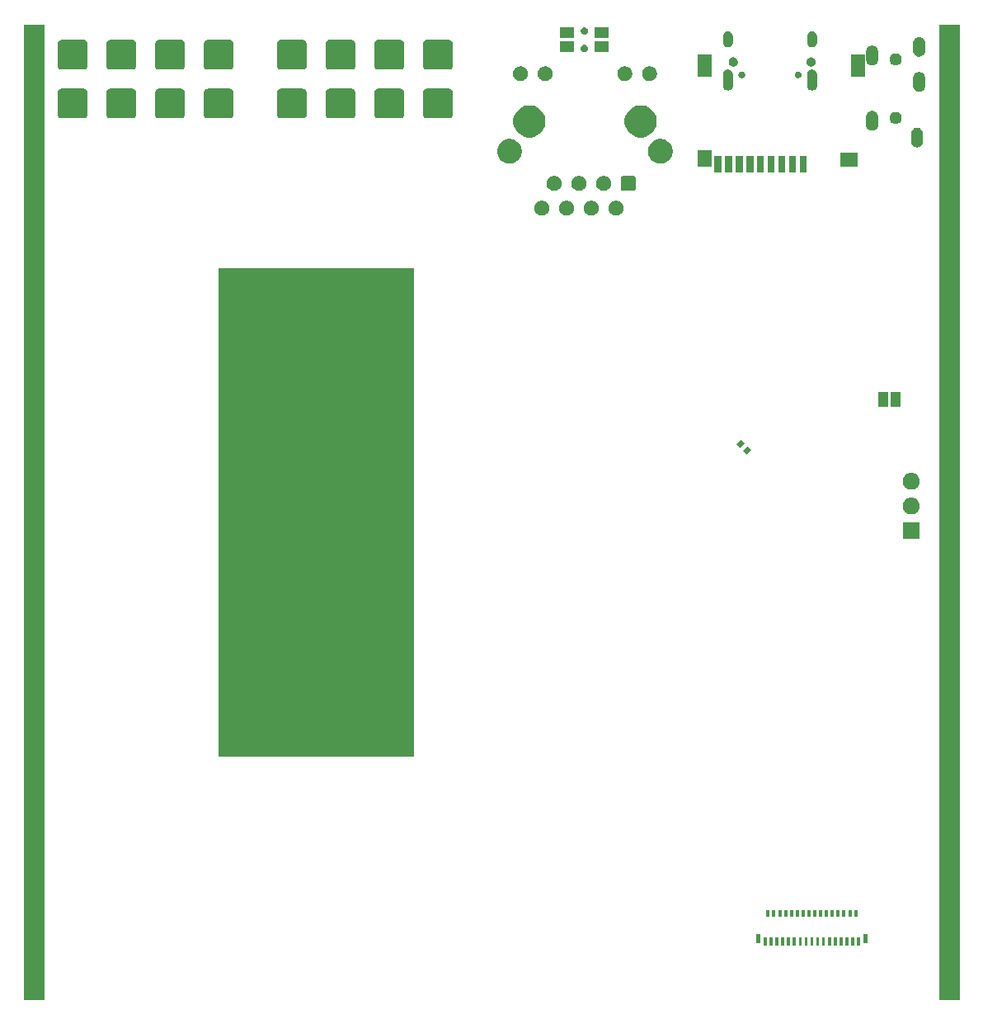
<source format=gbs>
G04 #@! TF.GenerationSoftware,KiCad,Pcbnew,5.1.5+dfsg1-2build2*
G04 #@! TF.CreationDate,2021-04-11T14:42:19-07:00*
G04 #@! TF.ProjectId,OtterCastAmp,4f747465-7243-4617-9374-416d702e6b69,rev?*
G04 #@! TF.SameCoordinates,Original*
G04 #@! TF.FileFunction,Soldermask,Bot*
G04 #@! TF.FilePolarity,Negative*
%FSLAX46Y46*%
G04 Gerber Fmt 4.6, Leading zero omitted, Abs format (unit mm)*
G04 Created by KiCad (PCBNEW 5.1.5+dfsg1-2build2) date 2021-04-11 14:42:19*
%MOMM*%
%LPD*%
G04 APERTURE LIST*
%ADD10C,0.100000*%
G04 APERTURE END LIST*
D10*
G36*
X102000000Y-150000000D02*
G01*
X100000000Y-150000000D01*
X100000000Y-50000000D01*
X102000000Y-50000000D01*
X102000000Y-150000000D01*
G37*
X102000000Y-150000000D02*
X100000000Y-150000000D01*
X100000000Y-50000000D01*
X102000000Y-50000000D01*
X102000000Y-150000000D01*
G36*
X196000000Y-150000000D02*
G01*
X194000000Y-150000000D01*
X194000000Y-50000000D01*
X196000000Y-50000000D01*
X196000000Y-150000000D01*
G37*
X196000000Y-150000000D02*
X194000000Y-150000000D01*
X194000000Y-50000000D01*
X196000000Y-50000000D01*
X196000000Y-150000000D01*
G36*
X140000000Y-125000000D02*
G01*
X120000000Y-125000000D01*
X120000000Y-75000000D01*
X140000000Y-75000000D01*
X140000000Y-125000000D01*
G37*
X140000000Y-125000000D02*
X120000000Y-125000000D01*
X120000000Y-75000000D01*
X140000000Y-75000000D01*
X140000000Y-125000000D01*
G36*
X176850000Y-144520000D02*
G01*
X176550000Y-144520000D01*
X176550000Y-143680000D01*
X176850000Y-143680000D01*
X176850000Y-144520000D01*
G37*
G36*
X181650000Y-144520000D02*
G01*
X181350000Y-144520000D01*
X181350000Y-143680000D01*
X181650000Y-143680000D01*
X181650000Y-144520000D01*
G37*
G36*
X176250000Y-144520000D02*
G01*
X175950000Y-144520000D01*
X175950000Y-143680000D01*
X176250000Y-143680000D01*
X176250000Y-144520000D01*
G37*
G36*
X185850000Y-144520000D02*
G01*
X185550000Y-144520000D01*
X185550000Y-143680000D01*
X185850000Y-143680000D01*
X185850000Y-144520000D01*
G37*
G36*
X184650000Y-144520000D02*
G01*
X184350000Y-144520000D01*
X184350000Y-143680000D01*
X184650000Y-143680000D01*
X184650000Y-144520000D01*
G37*
G36*
X184050000Y-144520000D02*
G01*
X183750000Y-144520000D01*
X183750000Y-143680000D01*
X184050000Y-143680000D01*
X184050000Y-144520000D01*
G37*
G36*
X183450000Y-144520000D02*
G01*
X183150000Y-144520000D01*
X183150000Y-143680000D01*
X183450000Y-143680000D01*
X183450000Y-144520000D01*
G37*
G36*
X182850000Y-144520000D02*
G01*
X182550000Y-144520000D01*
X182550000Y-143680000D01*
X182850000Y-143680000D01*
X182850000Y-144520000D01*
G37*
G36*
X182250000Y-144520000D02*
G01*
X181950000Y-144520000D01*
X181950000Y-143680000D01*
X182250000Y-143680000D01*
X182250000Y-144520000D01*
G37*
G36*
X181050000Y-144520000D02*
G01*
X180750000Y-144520000D01*
X180750000Y-143680000D01*
X181050000Y-143680000D01*
X181050000Y-144520000D01*
G37*
G36*
X180450000Y-144520000D02*
G01*
X180150000Y-144520000D01*
X180150000Y-143680000D01*
X180450000Y-143680000D01*
X180450000Y-144520000D01*
G37*
G36*
X179850000Y-144520000D02*
G01*
X179550000Y-144520000D01*
X179550000Y-143680000D01*
X179850000Y-143680000D01*
X179850000Y-144520000D01*
G37*
G36*
X179250000Y-144520000D02*
G01*
X178950000Y-144520000D01*
X178950000Y-143680000D01*
X179250000Y-143680000D01*
X179250000Y-144520000D01*
G37*
G36*
X178650000Y-144520000D02*
G01*
X178350000Y-144520000D01*
X178350000Y-143680000D01*
X178650000Y-143680000D01*
X178650000Y-144520000D01*
G37*
G36*
X178050000Y-144520000D02*
G01*
X177750000Y-144520000D01*
X177750000Y-143680000D01*
X178050000Y-143680000D01*
X178050000Y-144520000D01*
G37*
G36*
X177450000Y-144520000D02*
G01*
X177150000Y-144520000D01*
X177150000Y-143680000D01*
X177450000Y-143680000D01*
X177450000Y-144520000D01*
G37*
G36*
X185250000Y-144520000D02*
G01*
X184950000Y-144520000D01*
X184950000Y-143680000D01*
X185250000Y-143680000D01*
X185250000Y-144520000D01*
G37*
G36*
X175620000Y-144220000D02*
G01*
X175180000Y-144220000D01*
X175180000Y-143330000D01*
X175620000Y-143330000D01*
X175620000Y-144220000D01*
G37*
G36*
X186620000Y-144220000D02*
G01*
X186180000Y-144220000D01*
X186180000Y-143330000D01*
X186620000Y-143330000D01*
X186620000Y-144220000D01*
G37*
G36*
X184970000Y-141570000D02*
G01*
X184630000Y-141570000D01*
X184630000Y-140880000D01*
X184970000Y-140880000D01*
X184970000Y-141570000D01*
G37*
G36*
X178370000Y-141570000D02*
G01*
X178030000Y-141570000D01*
X178030000Y-140880000D01*
X178370000Y-140880000D01*
X178370000Y-141570000D01*
G37*
G36*
X177770000Y-141570000D02*
G01*
X177430000Y-141570000D01*
X177430000Y-140880000D01*
X177770000Y-140880000D01*
X177770000Y-141570000D01*
G37*
G36*
X177170000Y-141570000D02*
G01*
X176830000Y-141570000D01*
X176830000Y-140880000D01*
X177170000Y-140880000D01*
X177170000Y-141570000D01*
G37*
G36*
X176570000Y-141570000D02*
G01*
X176230000Y-141570000D01*
X176230000Y-140880000D01*
X176570000Y-140880000D01*
X176570000Y-141570000D01*
G37*
G36*
X178970000Y-141570000D02*
G01*
X178630000Y-141570000D01*
X178630000Y-140880000D01*
X178970000Y-140880000D01*
X178970000Y-141570000D01*
G37*
G36*
X179570000Y-141570000D02*
G01*
X179230000Y-141570000D01*
X179230000Y-140880000D01*
X179570000Y-140880000D01*
X179570000Y-141570000D01*
G37*
G36*
X184370000Y-141570000D02*
G01*
X184030000Y-141570000D01*
X184030000Y-140880000D01*
X184370000Y-140880000D01*
X184370000Y-141570000D01*
G37*
G36*
X183770000Y-141570000D02*
G01*
X183430000Y-141570000D01*
X183430000Y-140880000D01*
X183770000Y-140880000D01*
X183770000Y-141570000D01*
G37*
G36*
X183170000Y-141570000D02*
G01*
X182830000Y-141570000D01*
X182830000Y-140880000D01*
X183170000Y-140880000D01*
X183170000Y-141570000D01*
G37*
G36*
X182570000Y-141570000D02*
G01*
X182230000Y-141570000D01*
X182230000Y-140880000D01*
X182570000Y-140880000D01*
X182570000Y-141570000D01*
G37*
G36*
X181970000Y-141570000D02*
G01*
X181630000Y-141570000D01*
X181630000Y-140880000D01*
X181970000Y-140880000D01*
X181970000Y-141570000D01*
G37*
G36*
X181370000Y-141570000D02*
G01*
X181030000Y-141570000D01*
X181030000Y-140880000D01*
X181370000Y-140880000D01*
X181370000Y-141570000D01*
G37*
G36*
X180770000Y-141570000D02*
G01*
X180430000Y-141570000D01*
X180430000Y-140880000D01*
X180770000Y-140880000D01*
X180770000Y-141570000D01*
G37*
G36*
X180170000Y-141570000D02*
G01*
X179830000Y-141570000D01*
X179830000Y-140880000D01*
X180170000Y-140880000D01*
X180170000Y-141570000D01*
G37*
G36*
X185570000Y-141570000D02*
G01*
X185230000Y-141570000D01*
X185230000Y-140880000D01*
X185570000Y-140880000D01*
X185570000Y-141570000D01*
G37*
G36*
X130939239Y-116903743D02*
G01*
X131525242Y-117146473D01*
X132052630Y-117498863D01*
X132501137Y-117947370D01*
X132853527Y-118474758D01*
X133096257Y-119060761D01*
X133220000Y-119682858D01*
X133220000Y-120317142D01*
X133096257Y-120939239D01*
X132853527Y-121525242D01*
X132501137Y-122052630D01*
X132052630Y-122501137D01*
X131525242Y-122853527D01*
X130939239Y-123096257D01*
X130317142Y-123220000D01*
X129682858Y-123220000D01*
X129060761Y-123096257D01*
X128474758Y-122853527D01*
X127947370Y-122501137D01*
X127498863Y-122052630D01*
X127146473Y-121525242D01*
X126903743Y-120939239D01*
X126780000Y-120317142D01*
X126780000Y-119682858D01*
X126903743Y-119060761D01*
X127146473Y-118474758D01*
X127498863Y-117947370D01*
X127947370Y-117498863D01*
X128474758Y-117146473D01*
X129060761Y-116903743D01*
X129682858Y-116780000D01*
X130317142Y-116780000D01*
X130939239Y-116903743D01*
G37*
G36*
X191970000Y-102800000D02*
G01*
X190230000Y-102800000D01*
X190230000Y-101060000D01*
X191970000Y-101060000D01*
X191970000Y-102800000D01*
G37*
G36*
X191353770Y-98553433D02*
G01*
X191432935Y-98586224D01*
X191512099Y-98619015D01*
X191654594Y-98714228D01*
X191775772Y-98835406D01*
X191870985Y-98977901D01*
X191903775Y-99057065D01*
X191936567Y-99136230D01*
X191970000Y-99304312D01*
X191970000Y-99475688D01*
X191936567Y-99643770D01*
X191903776Y-99722935D01*
X191870985Y-99802099D01*
X191775772Y-99944594D01*
X191654594Y-100065772D01*
X191512099Y-100160985D01*
X191432935Y-100193775D01*
X191353770Y-100226567D01*
X191185688Y-100260000D01*
X191014312Y-100260000D01*
X190846230Y-100226567D01*
X190767065Y-100193775D01*
X190687901Y-100160985D01*
X190545406Y-100065772D01*
X190424228Y-99944594D01*
X190329015Y-99802099D01*
X190296224Y-99722935D01*
X190263433Y-99643770D01*
X190230000Y-99475688D01*
X190230000Y-99304312D01*
X190263433Y-99136230D01*
X190296225Y-99057065D01*
X190329015Y-98977901D01*
X190424228Y-98835406D01*
X190545406Y-98714228D01*
X190687901Y-98619015D01*
X190767065Y-98586225D01*
X190846230Y-98553433D01*
X191014312Y-98520000D01*
X191185688Y-98520000D01*
X191353770Y-98553433D01*
G37*
G36*
X191353770Y-96013433D02*
G01*
X191432935Y-96046224D01*
X191512099Y-96079015D01*
X191654594Y-96174228D01*
X191775772Y-96295406D01*
X191870985Y-96437901D01*
X191903776Y-96517065D01*
X191936567Y-96596230D01*
X191970000Y-96764312D01*
X191970000Y-96935688D01*
X191936567Y-97103770D01*
X191903775Y-97182935D01*
X191870985Y-97262099D01*
X191775772Y-97404594D01*
X191654594Y-97525772D01*
X191512099Y-97620985D01*
X191432935Y-97653776D01*
X191353770Y-97686567D01*
X191185688Y-97720000D01*
X191014312Y-97720000D01*
X190846230Y-97686567D01*
X190767065Y-97653775D01*
X190687901Y-97620985D01*
X190545406Y-97525772D01*
X190424228Y-97404594D01*
X190329015Y-97262099D01*
X190296225Y-97182935D01*
X190263433Y-97103770D01*
X190230000Y-96935688D01*
X190230000Y-96764312D01*
X190263433Y-96596230D01*
X190296224Y-96517065D01*
X190329015Y-96437901D01*
X190424228Y-96295406D01*
X190545406Y-96174228D01*
X190687901Y-96079015D01*
X190767065Y-96046224D01*
X190846230Y-96013433D01*
X191014312Y-95980000D01*
X191185688Y-95980000D01*
X191353770Y-96013433D01*
G37*
G36*
X174649533Y-93646985D02*
G01*
X174196985Y-94099533D01*
X173815147Y-93717695D01*
X174267695Y-93265147D01*
X174649533Y-93646985D01*
G37*
G36*
X173984853Y-92982305D02*
G01*
X173532305Y-93434853D01*
X173150467Y-93053015D01*
X173603015Y-92600467D01*
X173984853Y-92982305D01*
G37*
G36*
X190020000Y-89220000D02*
G01*
X188980000Y-89220000D01*
X188980000Y-87680000D01*
X190020000Y-87680000D01*
X190020000Y-89220000D01*
G37*
G36*
X188720000Y-89220000D02*
G01*
X187680000Y-89220000D01*
X187680000Y-87680000D01*
X188720000Y-87680000D01*
X188720000Y-89220000D01*
G37*
G36*
X130939239Y-76903743D02*
G01*
X131525242Y-77146473D01*
X132052630Y-77498863D01*
X132501137Y-77947370D01*
X132853527Y-78474758D01*
X133096257Y-79060761D01*
X133220000Y-79682858D01*
X133220000Y-80317142D01*
X133096257Y-80939239D01*
X132853527Y-81525242D01*
X132501137Y-82052630D01*
X132052630Y-82501137D01*
X131525242Y-82853527D01*
X130939239Y-83096257D01*
X130317142Y-83220000D01*
X129682858Y-83220000D01*
X129060761Y-83096257D01*
X128474758Y-82853527D01*
X127947370Y-82501137D01*
X127498863Y-82052630D01*
X127146473Y-81525242D01*
X126903743Y-80939239D01*
X126780000Y-80317142D01*
X126780000Y-79682858D01*
X126903743Y-79060761D01*
X127146473Y-78474758D01*
X127498863Y-77947370D01*
X127947370Y-77498863D01*
X128474758Y-77146473D01*
X129060761Y-76903743D01*
X129682858Y-76780000D01*
X130317142Y-76780000D01*
X130939239Y-76903743D01*
G37*
G36*
X158474601Y-68099590D02*
G01*
X158614731Y-68157634D01*
X158740848Y-68241903D01*
X158848097Y-68349152D01*
X158932366Y-68475269D01*
X158990410Y-68615399D01*
X159020000Y-68764162D01*
X159020000Y-68915838D01*
X158990410Y-69064601D01*
X158961387Y-69134667D01*
X158932366Y-69204731D01*
X158848097Y-69330848D01*
X158740848Y-69438097D01*
X158614731Y-69522366D01*
X158474601Y-69580410D01*
X158325838Y-69610000D01*
X158174162Y-69610000D01*
X158025399Y-69580410D01*
X157955333Y-69551387D01*
X157885269Y-69522366D01*
X157759152Y-69438097D01*
X157651903Y-69330848D01*
X157567634Y-69204731D01*
X157538613Y-69134667D01*
X157509590Y-69064601D01*
X157480000Y-68915838D01*
X157480000Y-68764162D01*
X157509590Y-68615399D01*
X157567634Y-68475269D01*
X157651903Y-68349152D01*
X157759152Y-68241903D01*
X157885269Y-68157634D01*
X158025399Y-68099590D01*
X158174162Y-68070000D01*
X158325838Y-68070000D01*
X158474601Y-68099590D01*
G37*
G36*
X161014601Y-68099590D02*
G01*
X161154731Y-68157634D01*
X161280848Y-68241903D01*
X161388097Y-68349152D01*
X161472366Y-68475269D01*
X161530410Y-68615399D01*
X161560000Y-68764162D01*
X161560000Y-68915838D01*
X161530410Y-69064601D01*
X161501387Y-69134667D01*
X161472366Y-69204731D01*
X161388097Y-69330848D01*
X161280848Y-69438097D01*
X161154731Y-69522366D01*
X161014601Y-69580410D01*
X160865838Y-69610000D01*
X160714162Y-69610000D01*
X160565399Y-69580410D01*
X160495333Y-69551387D01*
X160425269Y-69522366D01*
X160299152Y-69438097D01*
X160191903Y-69330848D01*
X160107634Y-69204731D01*
X160078613Y-69134667D01*
X160049590Y-69064601D01*
X160020000Y-68915838D01*
X160020000Y-68764162D01*
X160049590Y-68615399D01*
X160107634Y-68475269D01*
X160191903Y-68349152D01*
X160299152Y-68241903D01*
X160425269Y-68157634D01*
X160565399Y-68099590D01*
X160714162Y-68070000D01*
X160865838Y-68070000D01*
X161014601Y-68099590D01*
G37*
G36*
X155934601Y-68099590D02*
G01*
X156074731Y-68157634D01*
X156200848Y-68241903D01*
X156308097Y-68349152D01*
X156392366Y-68475269D01*
X156450410Y-68615399D01*
X156480000Y-68764162D01*
X156480000Y-68915838D01*
X156450410Y-69064601D01*
X156421387Y-69134667D01*
X156392366Y-69204731D01*
X156308097Y-69330848D01*
X156200848Y-69438097D01*
X156074731Y-69522366D01*
X155934601Y-69580410D01*
X155785838Y-69610000D01*
X155634162Y-69610000D01*
X155485399Y-69580410D01*
X155415333Y-69551387D01*
X155345269Y-69522366D01*
X155219152Y-69438097D01*
X155111903Y-69330848D01*
X155027634Y-69204731D01*
X154998613Y-69134667D01*
X154969590Y-69064601D01*
X154940000Y-68915838D01*
X154940000Y-68764162D01*
X154969590Y-68615399D01*
X155027634Y-68475269D01*
X155111903Y-68349152D01*
X155219152Y-68241903D01*
X155345269Y-68157634D01*
X155485399Y-68099590D01*
X155634162Y-68070000D01*
X155785838Y-68070000D01*
X155934601Y-68099590D01*
G37*
G36*
X153394601Y-68099590D02*
G01*
X153534731Y-68157634D01*
X153660848Y-68241903D01*
X153768097Y-68349152D01*
X153852366Y-68475269D01*
X153910410Y-68615399D01*
X153940000Y-68764162D01*
X153940000Y-68915838D01*
X153910410Y-69064601D01*
X153881387Y-69134667D01*
X153852366Y-69204731D01*
X153768097Y-69330848D01*
X153660848Y-69438097D01*
X153534731Y-69522366D01*
X153394601Y-69580410D01*
X153245838Y-69610000D01*
X153094162Y-69610000D01*
X152945399Y-69580410D01*
X152875333Y-69551387D01*
X152805269Y-69522366D01*
X152679152Y-69438097D01*
X152571903Y-69330848D01*
X152487634Y-69204731D01*
X152458613Y-69134667D01*
X152429590Y-69064601D01*
X152400000Y-68915838D01*
X152400000Y-68764162D01*
X152429590Y-68615399D01*
X152487634Y-68475269D01*
X152571903Y-68349152D01*
X152679152Y-68241903D01*
X152805269Y-68157634D01*
X152945399Y-68099590D01*
X153094162Y-68070000D01*
X153245838Y-68070000D01*
X153394601Y-68099590D01*
G37*
G36*
X154654601Y-65559590D02*
G01*
X154794731Y-65617634D01*
X154920848Y-65701903D01*
X155028097Y-65809152D01*
X155112366Y-65935269D01*
X155170410Y-66075399D01*
X155200000Y-66224162D01*
X155200000Y-66375838D01*
X155170410Y-66524601D01*
X155141387Y-66594667D01*
X155112366Y-66664731D01*
X155028097Y-66790848D01*
X154920848Y-66898097D01*
X154794731Y-66982366D01*
X154753450Y-66999465D01*
X154654601Y-67040410D01*
X154505838Y-67070000D01*
X154354162Y-67070000D01*
X154205399Y-67040410D01*
X154106550Y-66999465D01*
X154065269Y-66982366D01*
X153939152Y-66898097D01*
X153831903Y-66790848D01*
X153747634Y-66664731D01*
X153718613Y-66594667D01*
X153689590Y-66524601D01*
X153660000Y-66375838D01*
X153660000Y-66224162D01*
X153689590Y-66075399D01*
X153747634Y-65935269D01*
X153831903Y-65809152D01*
X153939152Y-65701903D01*
X154065269Y-65617634D01*
X154205399Y-65559590D01*
X154354162Y-65530000D01*
X154505838Y-65530000D01*
X154654601Y-65559590D01*
G37*
G36*
X157194601Y-65559590D02*
G01*
X157334731Y-65617634D01*
X157460848Y-65701903D01*
X157568097Y-65809152D01*
X157652366Y-65935269D01*
X157710410Y-66075399D01*
X157740000Y-66224162D01*
X157740000Y-66375838D01*
X157710410Y-66524601D01*
X157681387Y-66594667D01*
X157652366Y-66664731D01*
X157568097Y-66790848D01*
X157460848Y-66898097D01*
X157334731Y-66982366D01*
X157293450Y-66999465D01*
X157194601Y-67040410D01*
X157045838Y-67070000D01*
X156894162Y-67070000D01*
X156745399Y-67040410D01*
X156646550Y-66999465D01*
X156605269Y-66982366D01*
X156479152Y-66898097D01*
X156371903Y-66790848D01*
X156287634Y-66664731D01*
X156258613Y-66594667D01*
X156229590Y-66524601D01*
X156200000Y-66375838D01*
X156200000Y-66224162D01*
X156229590Y-66075399D01*
X156287634Y-65935269D01*
X156371903Y-65809152D01*
X156479152Y-65701903D01*
X156605269Y-65617634D01*
X156745399Y-65559590D01*
X156894162Y-65530000D01*
X157045838Y-65530000D01*
X157194601Y-65559590D01*
G37*
G36*
X159734601Y-65559590D02*
G01*
X159874731Y-65617634D01*
X160000848Y-65701903D01*
X160108097Y-65809152D01*
X160192366Y-65935269D01*
X160250410Y-66075399D01*
X160280000Y-66224162D01*
X160280000Y-66375838D01*
X160250410Y-66524601D01*
X160221387Y-66594667D01*
X160192366Y-66664731D01*
X160108097Y-66790848D01*
X160000848Y-66898097D01*
X159874731Y-66982366D01*
X159833450Y-66999465D01*
X159734601Y-67040410D01*
X159585838Y-67070000D01*
X159434162Y-67070000D01*
X159285399Y-67040410D01*
X159186550Y-66999465D01*
X159145269Y-66982366D01*
X159019152Y-66898097D01*
X158911903Y-66790848D01*
X158827634Y-66664731D01*
X158798613Y-66594667D01*
X158769590Y-66524601D01*
X158740000Y-66375838D01*
X158740000Y-66224162D01*
X158769590Y-66075399D01*
X158827634Y-65935269D01*
X158911903Y-65809152D01*
X159019152Y-65701903D01*
X159145269Y-65617634D01*
X159285399Y-65559590D01*
X159434162Y-65530000D01*
X159585838Y-65530000D01*
X159734601Y-65559590D01*
G37*
G36*
X162626371Y-65534741D02*
G01*
X162671472Y-65548422D01*
X162713037Y-65570639D01*
X162749465Y-65600535D01*
X162779361Y-65636963D01*
X162801578Y-65678528D01*
X162815259Y-65723629D01*
X162820000Y-65771762D01*
X162820000Y-66828238D01*
X162815259Y-66876371D01*
X162801578Y-66921472D01*
X162779361Y-66963037D01*
X162749465Y-66999465D01*
X162713037Y-67029361D01*
X162671472Y-67051578D01*
X162626371Y-67065259D01*
X162578238Y-67070000D01*
X161521762Y-67070000D01*
X161473629Y-67065259D01*
X161428528Y-67051578D01*
X161386963Y-67029361D01*
X161350535Y-66999465D01*
X161320639Y-66963037D01*
X161298422Y-66921472D01*
X161284741Y-66876371D01*
X161280000Y-66828238D01*
X161280000Y-65771762D01*
X161284741Y-65723629D01*
X161298422Y-65678528D01*
X161320639Y-65636963D01*
X161350535Y-65600535D01*
X161386963Y-65570639D01*
X161428528Y-65548422D01*
X161473629Y-65534741D01*
X161521762Y-65530000D01*
X162578238Y-65530000D01*
X162626371Y-65534741D01*
G37*
G36*
X174890000Y-65150000D02*
G01*
X174150000Y-65150000D01*
X174150000Y-63510000D01*
X174890000Y-63510000D01*
X174890000Y-65150000D01*
G37*
G36*
X173790000Y-65150000D02*
G01*
X173050000Y-65150000D01*
X173050000Y-63510000D01*
X173790000Y-63510000D01*
X173790000Y-65150000D01*
G37*
G36*
X172690000Y-65150000D02*
G01*
X171950000Y-65150000D01*
X171950000Y-63510000D01*
X172690000Y-63510000D01*
X172690000Y-65150000D01*
G37*
G36*
X180390000Y-65150000D02*
G01*
X179650000Y-65150000D01*
X179650000Y-63510000D01*
X180390000Y-63510000D01*
X180390000Y-65150000D01*
G37*
G36*
X177090000Y-65150000D02*
G01*
X176350000Y-65150000D01*
X176350000Y-63510000D01*
X177090000Y-63510000D01*
X177090000Y-65150000D01*
G37*
G36*
X178190000Y-65150000D02*
G01*
X177450000Y-65150000D01*
X177450000Y-63510000D01*
X178190000Y-63510000D01*
X178190000Y-65150000D01*
G37*
G36*
X175990000Y-65150000D02*
G01*
X175250000Y-65150000D01*
X175250000Y-63510000D01*
X175990000Y-63510000D01*
X175990000Y-65150000D01*
G37*
G36*
X171590000Y-65150000D02*
G01*
X170850000Y-65150000D01*
X170850000Y-63510000D01*
X171590000Y-63510000D01*
X171590000Y-65150000D01*
G37*
G36*
X179290000Y-65150000D02*
G01*
X178550000Y-65150000D01*
X178550000Y-63510000D01*
X179290000Y-63510000D01*
X179290000Y-65150000D01*
G37*
G36*
X185640000Y-64550000D02*
G01*
X183800000Y-64550000D01*
X183800000Y-63110000D01*
X185640000Y-63110000D01*
X185640000Y-64550000D01*
G37*
G36*
X170640000Y-64550000D02*
G01*
X169200000Y-64550000D01*
X169200000Y-62910000D01*
X170640000Y-62910000D01*
X170640000Y-64550000D01*
G37*
G36*
X165725445Y-61768805D02*
G01*
X165841008Y-61816673D01*
X165956570Y-61864540D01*
X165956571Y-61864541D01*
X166164578Y-62003527D01*
X166341473Y-62180422D01*
X166363518Y-62213415D01*
X166480460Y-62388430D01*
X166523776Y-62493004D01*
X166576195Y-62619555D01*
X166625000Y-62864916D01*
X166625000Y-63115084D01*
X166576195Y-63360445D01*
X166528327Y-63476008D01*
X166480460Y-63591570D01*
X166341472Y-63799579D01*
X166164579Y-63976472D01*
X165956570Y-64115460D01*
X165841008Y-64163327D01*
X165725445Y-64211195D01*
X165480084Y-64260000D01*
X165229916Y-64260000D01*
X164984555Y-64211195D01*
X164868992Y-64163327D01*
X164753430Y-64115460D01*
X164545421Y-63976472D01*
X164368528Y-63799579D01*
X164229540Y-63591570D01*
X164181673Y-63476008D01*
X164133805Y-63360445D01*
X164085000Y-63115084D01*
X164085000Y-62864916D01*
X164133805Y-62619555D01*
X164186224Y-62493004D01*
X164229540Y-62388430D01*
X164346482Y-62213415D01*
X164368527Y-62180422D01*
X164545422Y-62003527D01*
X164753429Y-61864541D01*
X164753430Y-61864540D01*
X164868992Y-61816673D01*
X164984555Y-61768805D01*
X165229916Y-61720000D01*
X165480084Y-61720000D01*
X165725445Y-61768805D01*
G37*
G36*
X150235445Y-61768805D02*
G01*
X150351008Y-61816673D01*
X150466570Y-61864540D01*
X150466571Y-61864541D01*
X150674578Y-62003527D01*
X150851473Y-62180422D01*
X150873518Y-62213415D01*
X150990460Y-62388430D01*
X151033776Y-62493004D01*
X151086195Y-62619555D01*
X151135000Y-62864916D01*
X151135000Y-63115084D01*
X151086195Y-63360445D01*
X151038327Y-63476008D01*
X150990460Y-63591570D01*
X150851472Y-63799579D01*
X150674579Y-63976472D01*
X150466570Y-64115460D01*
X150351008Y-64163327D01*
X150235445Y-64211195D01*
X149990084Y-64260000D01*
X149739916Y-64260000D01*
X149494555Y-64211195D01*
X149378992Y-64163327D01*
X149263430Y-64115460D01*
X149055421Y-63976472D01*
X148878528Y-63799579D01*
X148739540Y-63591570D01*
X148691673Y-63476008D01*
X148643805Y-63360445D01*
X148595000Y-63115084D01*
X148595000Y-62864916D01*
X148643805Y-62619555D01*
X148696224Y-62493004D01*
X148739540Y-62388430D01*
X148856482Y-62213415D01*
X148878527Y-62180422D01*
X149055422Y-62003527D01*
X149263429Y-61864541D01*
X149263430Y-61864540D01*
X149378992Y-61816673D01*
X149494555Y-61768805D01*
X149739916Y-61720000D01*
X149990084Y-61720000D01*
X150235445Y-61768805D01*
G37*
G36*
X191821541Y-60563972D02*
G01*
X191938415Y-60599425D01*
X192014854Y-60640283D01*
X192046120Y-60656995D01*
X192140527Y-60734473D01*
X192218005Y-60828880D01*
X192234717Y-60860146D01*
X192275575Y-60936585D01*
X192311028Y-61053459D01*
X192320000Y-61144553D01*
X192320000Y-62005447D01*
X192311028Y-62096541D01*
X192275575Y-62213415D01*
X192234717Y-62289854D01*
X192218005Y-62321120D01*
X192140527Y-62415527D01*
X192046119Y-62493005D01*
X192046117Y-62493006D01*
X191938414Y-62550575D01*
X191821540Y-62586028D01*
X191700000Y-62597999D01*
X191578459Y-62586028D01*
X191461585Y-62550575D01*
X191385146Y-62509717D01*
X191353880Y-62493005D01*
X191259473Y-62415527D01*
X191181995Y-62321119D01*
X191178703Y-62314959D01*
X191124425Y-62213414D01*
X191088972Y-62096540D01*
X191080000Y-62005446D01*
X191080000Y-61144553D01*
X191088972Y-61053455D01*
X191124424Y-60936590D01*
X191181996Y-60828880D01*
X191259474Y-60734473D01*
X191353881Y-60656995D01*
X191385147Y-60640283D01*
X191461586Y-60599425D01*
X191578460Y-60563972D01*
X191700000Y-60552001D01*
X191821541Y-60563972D01*
G37*
G36*
X163804829Y-58358217D02*
G01*
X164104199Y-58482220D01*
X164373626Y-58662245D01*
X164602755Y-58891374D01*
X164782780Y-59160801D01*
X164906783Y-59460171D01*
X164970000Y-59777982D01*
X164970000Y-60102018D01*
X164906783Y-60419829D01*
X164782780Y-60719199D01*
X164602755Y-60988626D01*
X164373626Y-61217755D01*
X164104199Y-61397780D01*
X163804829Y-61521783D01*
X163487018Y-61585000D01*
X163162982Y-61585000D01*
X162845171Y-61521783D01*
X162545801Y-61397780D01*
X162276374Y-61217755D01*
X162047245Y-60988626D01*
X161867220Y-60719199D01*
X161743217Y-60419829D01*
X161680000Y-60102018D01*
X161680000Y-59777982D01*
X161743217Y-59460171D01*
X161867220Y-59160801D01*
X162047245Y-58891374D01*
X162276374Y-58662245D01*
X162545801Y-58482220D01*
X162845171Y-58358217D01*
X163162982Y-58295000D01*
X163487018Y-58295000D01*
X163804829Y-58358217D01*
G37*
G36*
X152374829Y-58358217D02*
G01*
X152674199Y-58482220D01*
X152943626Y-58662245D01*
X153172755Y-58891374D01*
X153352780Y-59160801D01*
X153476783Y-59460171D01*
X153540000Y-59777982D01*
X153540000Y-60102018D01*
X153476783Y-60419829D01*
X153352780Y-60719199D01*
X153172755Y-60988626D01*
X152943626Y-61217755D01*
X152674199Y-61397780D01*
X152374829Y-61521783D01*
X152057018Y-61585000D01*
X151732982Y-61585000D01*
X151415171Y-61521783D01*
X151115801Y-61397780D01*
X150846374Y-61217755D01*
X150617245Y-60988626D01*
X150437220Y-60719199D01*
X150313217Y-60419829D01*
X150250000Y-60102018D01*
X150250000Y-59777982D01*
X150313217Y-59460171D01*
X150437220Y-59160801D01*
X150617245Y-58891374D01*
X150846374Y-58662245D01*
X151115801Y-58482220D01*
X151415171Y-58358217D01*
X151732982Y-58295000D01*
X152057018Y-58295000D01*
X152374829Y-58358217D01*
G37*
G36*
X187201541Y-58863972D02*
G01*
X187318415Y-58899425D01*
X187394854Y-58940283D01*
X187426120Y-58956995D01*
X187520527Y-59034473D01*
X187568900Y-59093415D01*
X187598004Y-59128879D01*
X187655575Y-59236585D01*
X187691028Y-59353459D01*
X187700000Y-59444553D01*
X187700000Y-60305447D01*
X187691028Y-60396541D01*
X187655575Y-60513415D01*
X187628551Y-60563972D01*
X187598005Y-60621120D01*
X187520527Y-60715527D01*
X187426119Y-60793005D01*
X187426117Y-60793006D01*
X187318414Y-60850575D01*
X187201540Y-60886028D01*
X187080000Y-60897999D01*
X186958459Y-60886028D01*
X186841585Y-60850575D01*
X186765146Y-60809717D01*
X186733880Y-60793005D01*
X186639473Y-60715527D01*
X186561995Y-60621119D01*
X186550399Y-60599424D01*
X186504425Y-60513414D01*
X186468972Y-60396540D01*
X186460000Y-60305446D01*
X186460000Y-59444553D01*
X186468972Y-59353455D01*
X186504424Y-59236590D01*
X186561997Y-59128879D01*
X186591102Y-59093415D01*
X186639474Y-59034473D01*
X186733881Y-58956995D01*
X186765147Y-58940283D01*
X186841586Y-58899425D01*
X186958460Y-58863972D01*
X187080000Y-58852001D01*
X187201541Y-58863972D01*
G37*
G36*
X189680847Y-58978826D02*
G01*
X189793680Y-59025563D01*
X189895227Y-59093414D01*
X189981586Y-59179773D01*
X190049437Y-59281320D01*
X190096174Y-59394153D01*
X190120000Y-59513935D01*
X190120000Y-59636065D01*
X190096174Y-59755847D01*
X190049437Y-59868680D01*
X189981586Y-59970227D01*
X189895227Y-60056586D01*
X189793680Y-60124437D01*
X189680847Y-60171174D01*
X189561065Y-60195000D01*
X189438935Y-60195000D01*
X189319153Y-60171174D01*
X189206320Y-60124437D01*
X189104773Y-60056586D01*
X189018414Y-59970227D01*
X188950563Y-59868680D01*
X188903826Y-59755847D01*
X188880000Y-59636065D01*
X188880000Y-59513935D01*
X188903826Y-59394153D01*
X188950563Y-59281320D01*
X189018414Y-59179773D01*
X189104773Y-59093414D01*
X189206320Y-59025563D01*
X189319153Y-58978826D01*
X189438935Y-58955000D01*
X189561065Y-58955000D01*
X189680847Y-58978826D01*
G37*
G36*
X116229202Y-56587061D02*
G01*
X116296950Y-56607611D01*
X116359381Y-56640982D01*
X116414106Y-56685894D01*
X116459018Y-56740619D01*
X116492389Y-56803050D01*
X116512939Y-56870798D01*
X116520000Y-56942482D01*
X116520000Y-59257518D01*
X116512939Y-59329202D01*
X116492389Y-59396950D01*
X116459018Y-59459381D01*
X116414106Y-59514106D01*
X116359381Y-59559018D01*
X116296950Y-59592389D01*
X116229202Y-59612939D01*
X116157518Y-59620000D01*
X113842482Y-59620000D01*
X113770798Y-59612939D01*
X113703050Y-59592389D01*
X113640619Y-59559018D01*
X113585894Y-59514106D01*
X113540982Y-59459381D01*
X113507611Y-59396950D01*
X113487061Y-59329202D01*
X113480000Y-59257518D01*
X113480000Y-56942482D01*
X113487061Y-56870798D01*
X113507611Y-56803050D01*
X113540982Y-56740619D01*
X113585894Y-56685894D01*
X113640619Y-56640982D01*
X113703050Y-56607611D01*
X113770798Y-56587061D01*
X113842482Y-56580000D01*
X116157518Y-56580000D01*
X116229202Y-56587061D01*
G37*
G36*
X106229202Y-56587061D02*
G01*
X106296950Y-56607611D01*
X106359381Y-56640982D01*
X106414106Y-56685894D01*
X106459018Y-56740619D01*
X106492389Y-56803050D01*
X106512939Y-56870798D01*
X106520000Y-56942482D01*
X106520000Y-59257518D01*
X106512939Y-59329202D01*
X106492389Y-59396950D01*
X106459018Y-59459381D01*
X106414106Y-59514106D01*
X106359381Y-59559018D01*
X106296950Y-59592389D01*
X106229202Y-59612939D01*
X106157518Y-59620000D01*
X103842482Y-59620000D01*
X103770798Y-59612939D01*
X103703050Y-59592389D01*
X103640619Y-59559018D01*
X103585894Y-59514106D01*
X103540982Y-59459381D01*
X103507611Y-59396950D01*
X103487061Y-59329202D01*
X103480000Y-59257518D01*
X103480000Y-56942482D01*
X103487061Y-56870798D01*
X103507611Y-56803050D01*
X103540982Y-56740619D01*
X103585894Y-56685894D01*
X103640619Y-56640982D01*
X103703050Y-56607611D01*
X103770798Y-56587061D01*
X103842482Y-56580000D01*
X106157518Y-56580000D01*
X106229202Y-56587061D01*
G37*
G36*
X111229202Y-56587061D02*
G01*
X111296950Y-56607611D01*
X111359381Y-56640982D01*
X111414106Y-56685894D01*
X111459018Y-56740619D01*
X111492389Y-56803050D01*
X111512939Y-56870798D01*
X111520000Y-56942482D01*
X111520000Y-59257518D01*
X111512939Y-59329202D01*
X111492389Y-59396950D01*
X111459018Y-59459381D01*
X111414106Y-59514106D01*
X111359381Y-59559018D01*
X111296950Y-59592389D01*
X111229202Y-59612939D01*
X111157518Y-59620000D01*
X108842482Y-59620000D01*
X108770798Y-59612939D01*
X108703050Y-59592389D01*
X108640619Y-59559018D01*
X108585894Y-59514106D01*
X108540982Y-59459381D01*
X108507611Y-59396950D01*
X108487061Y-59329202D01*
X108480000Y-59257518D01*
X108480000Y-56942482D01*
X108487061Y-56870798D01*
X108507611Y-56803050D01*
X108540982Y-56740619D01*
X108585894Y-56685894D01*
X108640619Y-56640982D01*
X108703050Y-56607611D01*
X108770798Y-56587061D01*
X108842482Y-56580000D01*
X111157518Y-56580000D01*
X111229202Y-56587061D01*
G37*
G36*
X143729202Y-56587061D02*
G01*
X143796950Y-56607611D01*
X143859381Y-56640982D01*
X143914106Y-56685894D01*
X143959018Y-56740619D01*
X143992389Y-56803050D01*
X144012939Y-56870798D01*
X144020000Y-56942482D01*
X144020000Y-59257518D01*
X144012939Y-59329202D01*
X143992389Y-59396950D01*
X143959018Y-59459381D01*
X143914106Y-59514106D01*
X143859381Y-59559018D01*
X143796950Y-59592389D01*
X143729202Y-59612939D01*
X143657518Y-59620000D01*
X141342482Y-59620000D01*
X141270798Y-59612939D01*
X141203050Y-59592389D01*
X141140619Y-59559018D01*
X141085894Y-59514106D01*
X141040982Y-59459381D01*
X141007611Y-59396950D01*
X140987061Y-59329202D01*
X140980000Y-59257518D01*
X140980000Y-56942482D01*
X140987061Y-56870798D01*
X141007611Y-56803050D01*
X141040982Y-56740619D01*
X141085894Y-56685894D01*
X141140619Y-56640982D01*
X141203050Y-56607611D01*
X141270798Y-56587061D01*
X141342482Y-56580000D01*
X143657518Y-56580000D01*
X143729202Y-56587061D01*
G37*
G36*
X138729202Y-56587061D02*
G01*
X138796950Y-56607611D01*
X138859381Y-56640982D01*
X138914106Y-56685894D01*
X138959018Y-56740619D01*
X138992389Y-56803050D01*
X139012939Y-56870798D01*
X139020000Y-56942482D01*
X139020000Y-59257518D01*
X139012939Y-59329202D01*
X138992389Y-59396950D01*
X138959018Y-59459381D01*
X138914106Y-59514106D01*
X138859381Y-59559018D01*
X138796950Y-59592389D01*
X138729202Y-59612939D01*
X138657518Y-59620000D01*
X136342482Y-59620000D01*
X136270798Y-59612939D01*
X136203050Y-59592389D01*
X136140619Y-59559018D01*
X136085894Y-59514106D01*
X136040982Y-59459381D01*
X136007611Y-59396950D01*
X135987061Y-59329202D01*
X135980000Y-59257518D01*
X135980000Y-56942482D01*
X135987061Y-56870798D01*
X136007611Y-56803050D01*
X136040982Y-56740619D01*
X136085894Y-56685894D01*
X136140619Y-56640982D01*
X136203050Y-56607611D01*
X136270798Y-56587061D01*
X136342482Y-56580000D01*
X138657518Y-56580000D01*
X138729202Y-56587061D01*
G37*
G36*
X133729202Y-56587061D02*
G01*
X133796950Y-56607611D01*
X133859381Y-56640982D01*
X133914106Y-56685894D01*
X133959018Y-56740619D01*
X133992389Y-56803050D01*
X134012939Y-56870798D01*
X134020000Y-56942482D01*
X134020000Y-59257518D01*
X134012939Y-59329202D01*
X133992389Y-59396950D01*
X133959018Y-59459381D01*
X133914106Y-59514106D01*
X133859381Y-59559018D01*
X133796950Y-59592389D01*
X133729202Y-59612939D01*
X133657518Y-59620000D01*
X131342482Y-59620000D01*
X131270798Y-59612939D01*
X131203050Y-59592389D01*
X131140619Y-59559018D01*
X131085894Y-59514106D01*
X131040982Y-59459381D01*
X131007611Y-59396950D01*
X130987061Y-59329202D01*
X130980000Y-59257518D01*
X130980000Y-56942482D01*
X130987061Y-56870798D01*
X131007611Y-56803050D01*
X131040982Y-56740619D01*
X131085894Y-56685894D01*
X131140619Y-56640982D01*
X131203050Y-56607611D01*
X131270798Y-56587061D01*
X131342482Y-56580000D01*
X133657518Y-56580000D01*
X133729202Y-56587061D01*
G37*
G36*
X128729202Y-56587061D02*
G01*
X128796950Y-56607611D01*
X128859381Y-56640982D01*
X128914106Y-56685894D01*
X128959018Y-56740619D01*
X128992389Y-56803050D01*
X129012939Y-56870798D01*
X129020000Y-56942482D01*
X129020000Y-59257518D01*
X129012939Y-59329202D01*
X128992389Y-59396950D01*
X128959018Y-59459381D01*
X128914106Y-59514106D01*
X128859381Y-59559018D01*
X128796950Y-59592389D01*
X128729202Y-59612939D01*
X128657518Y-59620000D01*
X126342482Y-59620000D01*
X126270798Y-59612939D01*
X126203050Y-59592389D01*
X126140619Y-59559018D01*
X126085894Y-59514106D01*
X126040982Y-59459381D01*
X126007611Y-59396950D01*
X125987061Y-59329202D01*
X125980000Y-59257518D01*
X125980000Y-56942482D01*
X125987061Y-56870798D01*
X126007611Y-56803050D01*
X126040982Y-56740619D01*
X126085894Y-56685894D01*
X126140619Y-56640982D01*
X126203050Y-56607611D01*
X126270798Y-56587061D01*
X126342482Y-56580000D01*
X128657518Y-56580000D01*
X128729202Y-56587061D01*
G37*
G36*
X121229202Y-56587061D02*
G01*
X121296950Y-56607611D01*
X121359381Y-56640982D01*
X121414106Y-56685894D01*
X121459018Y-56740619D01*
X121492389Y-56803050D01*
X121512939Y-56870798D01*
X121520000Y-56942482D01*
X121520000Y-59257518D01*
X121512939Y-59329202D01*
X121492389Y-59396950D01*
X121459018Y-59459381D01*
X121414106Y-59514106D01*
X121359381Y-59559018D01*
X121296950Y-59592389D01*
X121229202Y-59612939D01*
X121157518Y-59620000D01*
X118842482Y-59620000D01*
X118770798Y-59612939D01*
X118703050Y-59592389D01*
X118640619Y-59559018D01*
X118585894Y-59514106D01*
X118540982Y-59459381D01*
X118507611Y-59396950D01*
X118487061Y-59329202D01*
X118480000Y-59257518D01*
X118480000Y-56942482D01*
X118487061Y-56870798D01*
X118507611Y-56803050D01*
X118540982Y-56740619D01*
X118585894Y-56685894D01*
X118640619Y-56640982D01*
X118703050Y-56607611D01*
X118770798Y-56587061D01*
X118842482Y-56580000D01*
X121157518Y-56580000D01*
X121229202Y-56587061D01*
G37*
G36*
X192041541Y-54863972D02*
G01*
X192158415Y-54899425D01*
X192225110Y-54935075D01*
X192266120Y-54956995D01*
X192360527Y-55034473D01*
X192422067Y-55109459D01*
X192438004Y-55128879D01*
X192495575Y-55236585D01*
X192520399Y-55318419D01*
X192531028Y-55353459D01*
X192540000Y-55444551D01*
X192540000Y-56305449D01*
X192531028Y-56396540D01*
X192531028Y-56396541D01*
X192495575Y-56513415D01*
X192459984Y-56580000D01*
X192438005Y-56621120D01*
X192360527Y-56715527D01*
X192266119Y-56793005D01*
X192266117Y-56793006D01*
X192158414Y-56850575D01*
X192041540Y-56886028D01*
X191920000Y-56897999D01*
X191798459Y-56886028D01*
X191748252Y-56870798D01*
X191681585Y-56850575D01*
X191592673Y-56803050D01*
X191573880Y-56793005D01*
X191479473Y-56715527D01*
X191401995Y-56621119D01*
X191393099Y-56604475D01*
X191344425Y-56513414D01*
X191308972Y-56396540D01*
X191303102Y-56336938D01*
X191300000Y-56305448D01*
X191300000Y-55444551D01*
X191303922Y-55404731D01*
X191308972Y-55353455D01*
X191344424Y-55236590D01*
X191401997Y-55128879D01*
X191417935Y-55109459D01*
X191479474Y-55034473D01*
X191573881Y-54956995D01*
X191614891Y-54935075D01*
X191681586Y-54899425D01*
X191798460Y-54863972D01*
X191920000Y-54852001D01*
X192041541Y-54863972D01*
G37*
G36*
X172381938Y-54622524D02*
G01*
X172479958Y-54652258D01*
X172479961Y-54652260D01*
X172479962Y-54652260D01*
X172570295Y-54700544D01*
X172649475Y-54765525D01*
X172714456Y-54844705D01*
X172724754Y-54863972D01*
X172762742Y-54935042D01*
X172792476Y-55033062D01*
X172800000Y-55109455D01*
X172800000Y-56260545D01*
X172792476Y-56336938D01*
X172762742Y-56434958D01*
X172762740Y-56434961D01*
X172762740Y-56434962D01*
X172714456Y-56525295D01*
X172649475Y-56604475D01*
X172570295Y-56669456D01*
X172479961Y-56717740D01*
X172479957Y-56717742D01*
X172381937Y-56747476D01*
X172280000Y-56757516D01*
X172178062Y-56747476D01*
X172080042Y-56717742D01*
X172075892Y-56715524D01*
X171989705Y-56669456D01*
X171910525Y-56604475D01*
X171845544Y-56525295D01*
X171797260Y-56434961D01*
X171797259Y-56434958D01*
X171797258Y-56434957D01*
X171767524Y-56336937D01*
X171760000Y-56260544D01*
X171760001Y-55109455D01*
X171767525Y-55033062D01*
X171797259Y-54935042D01*
X171835247Y-54863972D01*
X171845545Y-54844705D01*
X171910526Y-54765525D01*
X171989706Y-54700544D01*
X172080039Y-54652260D01*
X172080040Y-54652260D01*
X172080043Y-54652258D01*
X172178063Y-54622524D01*
X172280000Y-54612484D01*
X172381938Y-54622524D01*
G37*
G36*
X181021938Y-54622524D02*
G01*
X181119958Y-54652258D01*
X181119961Y-54652260D01*
X181119962Y-54652260D01*
X181210295Y-54700544D01*
X181289475Y-54765525D01*
X181354456Y-54844705D01*
X181364754Y-54863972D01*
X181402742Y-54935042D01*
X181432476Y-55033062D01*
X181440000Y-55109455D01*
X181440000Y-56260545D01*
X181432476Y-56336938D01*
X181402742Y-56434958D01*
X181402740Y-56434961D01*
X181402740Y-56434962D01*
X181354456Y-56525295D01*
X181289475Y-56604475D01*
X181210295Y-56669456D01*
X181119961Y-56717740D01*
X181119957Y-56717742D01*
X181021937Y-56747476D01*
X180920000Y-56757516D01*
X180818062Y-56747476D01*
X180720042Y-56717742D01*
X180715892Y-56715524D01*
X180629705Y-56669456D01*
X180550525Y-56604475D01*
X180485544Y-56525295D01*
X180437260Y-56434961D01*
X180437259Y-56434958D01*
X180437258Y-56434957D01*
X180407524Y-56336937D01*
X180400000Y-56260544D01*
X180400001Y-55109455D01*
X180407525Y-55033062D01*
X180437259Y-54935042D01*
X180475247Y-54863972D01*
X180485545Y-54844705D01*
X180550526Y-54765525D01*
X180629706Y-54700544D01*
X180720039Y-54652260D01*
X180720040Y-54652260D01*
X180720043Y-54652258D01*
X180818063Y-54622524D01*
X180920000Y-54612484D01*
X181021938Y-54622524D01*
G37*
G36*
X164459601Y-54299590D02*
G01*
X164599731Y-54357634D01*
X164658571Y-54396950D01*
X164725847Y-54441902D01*
X164833098Y-54549153D01*
X164861987Y-54592389D01*
X164917366Y-54675269D01*
X164927835Y-54700544D01*
X164975410Y-54815399D01*
X165005000Y-54964162D01*
X165005000Y-55115838D01*
X164975410Y-55264601D01*
X164917366Y-55404731D01*
X164875231Y-55467790D01*
X164862569Y-55486741D01*
X164833097Y-55530848D01*
X164725848Y-55638097D01*
X164599731Y-55722366D01*
X164459601Y-55780410D01*
X164310838Y-55810000D01*
X164159162Y-55810000D01*
X164010399Y-55780410D01*
X163940333Y-55751387D01*
X163870269Y-55722366D01*
X163744152Y-55638097D01*
X163636903Y-55530848D01*
X163607432Y-55486741D01*
X163594769Y-55467790D01*
X163552634Y-55404731D01*
X163494590Y-55264601D01*
X163465000Y-55115838D01*
X163465000Y-54964162D01*
X163494590Y-54815399D01*
X163542165Y-54700544D01*
X163552634Y-54675269D01*
X163608013Y-54592389D01*
X163636902Y-54549153D01*
X163744153Y-54441902D01*
X163811429Y-54396950D01*
X163870269Y-54357634D01*
X164010399Y-54299590D01*
X164159162Y-54270000D01*
X164310838Y-54270000D01*
X164459601Y-54299590D01*
G37*
G36*
X161919601Y-54299590D02*
G01*
X162059731Y-54357634D01*
X162118571Y-54396950D01*
X162185847Y-54441902D01*
X162293098Y-54549153D01*
X162321987Y-54592389D01*
X162377366Y-54675269D01*
X162387835Y-54700544D01*
X162435410Y-54815399D01*
X162465000Y-54964162D01*
X162465000Y-55115838D01*
X162435410Y-55264601D01*
X162377366Y-55404731D01*
X162335231Y-55467790D01*
X162322569Y-55486741D01*
X162293097Y-55530848D01*
X162185848Y-55638097D01*
X162059731Y-55722366D01*
X161919601Y-55780410D01*
X161770838Y-55810000D01*
X161619162Y-55810000D01*
X161470399Y-55780410D01*
X161400333Y-55751387D01*
X161330269Y-55722366D01*
X161204152Y-55638097D01*
X161096903Y-55530848D01*
X161067432Y-55486741D01*
X161054769Y-55467790D01*
X161012634Y-55404731D01*
X160954590Y-55264601D01*
X160925000Y-55115838D01*
X160925000Y-54964162D01*
X160954590Y-54815399D01*
X161002165Y-54700544D01*
X161012634Y-54675269D01*
X161068013Y-54592389D01*
X161096902Y-54549153D01*
X161204153Y-54441902D01*
X161271429Y-54396950D01*
X161330269Y-54357634D01*
X161470399Y-54299590D01*
X161619162Y-54270000D01*
X161770838Y-54270000D01*
X161919601Y-54299590D01*
G37*
G36*
X151209601Y-54299590D02*
G01*
X151349731Y-54357634D01*
X151408571Y-54396950D01*
X151475847Y-54441902D01*
X151583098Y-54549153D01*
X151611987Y-54592389D01*
X151667366Y-54675269D01*
X151677835Y-54700544D01*
X151725410Y-54815399D01*
X151755000Y-54964162D01*
X151755000Y-55115838D01*
X151725410Y-55264601D01*
X151667366Y-55404731D01*
X151625231Y-55467790D01*
X151612569Y-55486741D01*
X151583097Y-55530848D01*
X151475848Y-55638097D01*
X151349731Y-55722366D01*
X151209601Y-55780410D01*
X151060838Y-55810000D01*
X150909162Y-55810000D01*
X150760399Y-55780410D01*
X150690333Y-55751387D01*
X150620269Y-55722366D01*
X150494152Y-55638097D01*
X150386903Y-55530848D01*
X150357432Y-55486741D01*
X150344769Y-55467790D01*
X150302634Y-55404731D01*
X150244590Y-55264601D01*
X150215000Y-55115838D01*
X150215000Y-54964162D01*
X150244590Y-54815399D01*
X150292165Y-54700544D01*
X150302634Y-54675269D01*
X150358013Y-54592389D01*
X150386902Y-54549153D01*
X150494153Y-54441902D01*
X150561429Y-54396950D01*
X150620269Y-54357634D01*
X150760399Y-54299590D01*
X150909162Y-54270000D01*
X151060838Y-54270000D01*
X151209601Y-54299590D01*
G37*
G36*
X153749601Y-54299590D02*
G01*
X153889731Y-54357634D01*
X153948571Y-54396950D01*
X154015847Y-54441902D01*
X154123098Y-54549153D01*
X154151987Y-54592389D01*
X154207366Y-54675269D01*
X154217835Y-54700544D01*
X154265410Y-54815399D01*
X154295000Y-54964162D01*
X154295000Y-55115838D01*
X154265410Y-55264601D01*
X154207366Y-55404731D01*
X154165231Y-55467790D01*
X154152569Y-55486741D01*
X154123097Y-55530848D01*
X154015848Y-55638097D01*
X153889731Y-55722366D01*
X153749601Y-55780410D01*
X153600838Y-55810000D01*
X153449162Y-55810000D01*
X153300399Y-55780410D01*
X153230333Y-55751387D01*
X153160269Y-55722366D01*
X153034152Y-55638097D01*
X152926903Y-55530848D01*
X152897432Y-55486741D01*
X152884769Y-55467790D01*
X152842634Y-55404731D01*
X152784590Y-55264601D01*
X152755000Y-55115838D01*
X152755000Y-54964162D01*
X152784590Y-54815399D01*
X152832165Y-54700544D01*
X152842634Y-54675269D01*
X152898013Y-54592389D01*
X152926902Y-54549153D01*
X153034153Y-54441902D01*
X153101429Y-54396950D01*
X153160269Y-54357634D01*
X153300399Y-54299590D01*
X153449162Y-54270000D01*
X153600838Y-54270000D01*
X153749601Y-54299590D01*
G37*
G36*
X173810633Y-54823258D02*
G01*
X173842026Y-54836262D01*
X173873418Y-54849264D01*
X173929925Y-54887022D01*
X173977978Y-54935075D01*
X174015736Y-54991582D01*
X174028739Y-55022974D01*
X174041742Y-55054367D01*
X174055000Y-55121020D01*
X174055000Y-55188980D01*
X174041742Y-55255633D01*
X174028738Y-55287026D01*
X174015736Y-55318418D01*
X173977978Y-55374925D01*
X173929925Y-55422978D01*
X173873418Y-55460736D01*
X173842026Y-55473739D01*
X173810633Y-55486742D01*
X173743980Y-55500000D01*
X173676020Y-55500000D01*
X173609367Y-55486742D01*
X173577974Y-55473738D01*
X173546582Y-55460736D01*
X173490075Y-55422978D01*
X173442022Y-55374925D01*
X173404264Y-55318418D01*
X173391262Y-55287026D01*
X173378258Y-55255633D01*
X173365000Y-55188980D01*
X173365000Y-55121020D01*
X173378258Y-55054367D01*
X173391261Y-55022974D01*
X173404264Y-54991582D01*
X173442022Y-54935075D01*
X173490075Y-54887022D01*
X173546582Y-54849264D01*
X173577974Y-54836261D01*
X173609367Y-54823258D01*
X173676020Y-54810000D01*
X173743980Y-54810000D01*
X173810633Y-54823258D01*
G37*
G36*
X179590633Y-54823258D02*
G01*
X179622026Y-54836262D01*
X179653418Y-54849264D01*
X179709925Y-54887022D01*
X179757978Y-54935075D01*
X179795736Y-54991582D01*
X179808739Y-55022974D01*
X179821742Y-55054367D01*
X179835000Y-55121020D01*
X179835000Y-55188980D01*
X179821742Y-55255633D01*
X179808738Y-55287026D01*
X179795736Y-55318418D01*
X179757978Y-55374925D01*
X179709925Y-55422978D01*
X179653418Y-55460736D01*
X179622026Y-55473739D01*
X179590633Y-55486742D01*
X179523980Y-55500000D01*
X179456020Y-55500000D01*
X179389367Y-55486742D01*
X179357974Y-55473738D01*
X179326582Y-55460736D01*
X179270075Y-55422978D01*
X179222022Y-55374925D01*
X179184264Y-55318418D01*
X179171262Y-55287026D01*
X179158258Y-55255633D01*
X179145000Y-55188980D01*
X179145000Y-55121020D01*
X179158258Y-55054367D01*
X179171261Y-55022974D01*
X179184264Y-54991582D01*
X179222022Y-54935075D01*
X179270075Y-54887022D01*
X179326582Y-54849264D01*
X179357974Y-54836261D01*
X179389367Y-54823258D01*
X179456020Y-54810000D01*
X179523980Y-54810000D01*
X179590633Y-54823258D01*
G37*
G36*
X186340000Y-55350000D02*
G01*
X184900000Y-55350000D01*
X184900000Y-53110000D01*
X186340000Y-53110000D01*
X186340000Y-55350000D01*
G37*
G36*
X170640000Y-55350000D02*
G01*
X169200000Y-55350000D01*
X169200000Y-53110000D01*
X170640000Y-53110000D01*
X170640000Y-55350000D01*
G37*
G36*
X133729202Y-51587061D02*
G01*
X133796950Y-51607611D01*
X133859381Y-51640982D01*
X133914106Y-51685894D01*
X133959018Y-51740619D01*
X133992389Y-51803050D01*
X134012939Y-51870798D01*
X134020000Y-51942482D01*
X134020000Y-54257518D01*
X134012939Y-54329202D01*
X133992389Y-54396950D01*
X133959018Y-54459381D01*
X133914106Y-54514106D01*
X133859381Y-54559018D01*
X133796950Y-54592389D01*
X133729202Y-54612939D01*
X133657518Y-54620000D01*
X131342482Y-54620000D01*
X131270798Y-54612939D01*
X131203050Y-54592389D01*
X131140619Y-54559018D01*
X131085894Y-54514106D01*
X131040982Y-54459381D01*
X131007611Y-54396950D01*
X130987061Y-54329202D01*
X130980000Y-54257518D01*
X130980000Y-51942482D01*
X130987061Y-51870798D01*
X131007611Y-51803050D01*
X131040982Y-51740619D01*
X131085894Y-51685894D01*
X131140619Y-51640982D01*
X131203050Y-51607611D01*
X131270798Y-51587061D01*
X131342482Y-51580000D01*
X133657518Y-51580000D01*
X133729202Y-51587061D01*
G37*
G36*
X143729202Y-51587061D02*
G01*
X143796950Y-51607611D01*
X143859381Y-51640982D01*
X143914106Y-51685894D01*
X143959018Y-51740619D01*
X143992389Y-51803050D01*
X144012939Y-51870798D01*
X144020000Y-51942482D01*
X144020000Y-54257518D01*
X144012939Y-54329202D01*
X143992389Y-54396950D01*
X143959018Y-54459381D01*
X143914106Y-54514106D01*
X143859381Y-54559018D01*
X143796950Y-54592389D01*
X143729202Y-54612939D01*
X143657518Y-54620000D01*
X141342482Y-54620000D01*
X141270798Y-54612939D01*
X141203050Y-54592389D01*
X141140619Y-54559018D01*
X141085894Y-54514106D01*
X141040982Y-54459381D01*
X141007611Y-54396950D01*
X140987061Y-54329202D01*
X140980000Y-54257518D01*
X140980000Y-51942482D01*
X140987061Y-51870798D01*
X141007611Y-51803050D01*
X141040982Y-51740619D01*
X141085894Y-51685894D01*
X141140619Y-51640982D01*
X141203050Y-51607611D01*
X141270798Y-51587061D01*
X141342482Y-51580000D01*
X143657518Y-51580000D01*
X143729202Y-51587061D01*
G37*
G36*
X128729202Y-51587061D02*
G01*
X128796950Y-51607611D01*
X128859381Y-51640982D01*
X128914106Y-51685894D01*
X128959018Y-51740619D01*
X128992389Y-51803050D01*
X129012939Y-51870798D01*
X129020000Y-51942482D01*
X129020000Y-54257518D01*
X129012939Y-54329202D01*
X128992389Y-54396950D01*
X128959018Y-54459381D01*
X128914106Y-54514106D01*
X128859381Y-54559018D01*
X128796950Y-54592389D01*
X128729202Y-54612939D01*
X128657518Y-54620000D01*
X126342482Y-54620000D01*
X126270798Y-54612939D01*
X126203050Y-54592389D01*
X126140619Y-54559018D01*
X126085894Y-54514106D01*
X126040982Y-54459381D01*
X126007611Y-54396950D01*
X125987061Y-54329202D01*
X125980000Y-54257518D01*
X125980000Y-51942482D01*
X125987061Y-51870798D01*
X126007611Y-51803050D01*
X126040982Y-51740619D01*
X126085894Y-51685894D01*
X126140619Y-51640982D01*
X126203050Y-51607611D01*
X126270798Y-51587061D01*
X126342482Y-51580000D01*
X128657518Y-51580000D01*
X128729202Y-51587061D01*
G37*
G36*
X138729202Y-51587061D02*
G01*
X138796950Y-51607611D01*
X138859381Y-51640982D01*
X138914106Y-51685894D01*
X138959018Y-51740619D01*
X138992389Y-51803050D01*
X139012939Y-51870798D01*
X139020000Y-51942482D01*
X139020000Y-54257518D01*
X139012939Y-54329202D01*
X138992389Y-54396950D01*
X138959018Y-54459381D01*
X138914106Y-54514106D01*
X138859381Y-54559018D01*
X138796950Y-54592389D01*
X138729202Y-54612939D01*
X138657518Y-54620000D01*
X136342482Y-54620000D01*
X136270798Y-54612939D01*
X136203050Y-54592389D01*
X136140619Y-54559018D01*
X136085894Y-54514106D01*
X136040982Y-54459381D01*
X136007611Y-54396950D01*
X135987061Y-54329202D01*
X135980000Y-54257518D01*
X135980000Y-51942482D01*
X135987061Y-51870798D01*
X136007611Y-51803050D01*
X136040982Y-51740619D01*
X136085894Y-51685894D01*
X136140619Y-51640982D01*
X136203050Y-51607611D01*
X136270798Y-51587061D01*
X136342482Y-51580000D01*
X138657518Y-51580000D01*
X138729202Y-51587061D01*
G37*
G36*
X121229202Y-51587061D02*
G01*
X121296950Y-51607611D01*
X121359381Y-51640982D01*
X121414106Y-51685894D01*
X121459018Y-51740619D01*
X121492389Y-51803050D01*
X121512939Y-51870798D01*
X121520000Y-51942482D01*
X121520000Y-54257518D01*
X121512939Y-54329202D01*
X121492389Y-54396950D01*
X121459018Y-54459381D01*
X121414106Y-54514106D01*
X121359381Y-54559018D01*
X121296950Y-54592389D01*
X121229202Y-54612939D01*
X121157518Y-54620000D01*
X118842482Y-54620000D01*
X118770798Y-54612939D01*
X118703050Y-54592389D01*
X118640619Y-54559018D01*
X118585894Y-54514106D01*
X118540982Y-54459381D01*
X118507611Y-54396950D01*
X118487061Y-54329202D01*
X118480000Y-54257518D01*
X118480000Y-51942482D01*
X118487061Y-51870798D01*
X118507611Y-51803050D01*
X118540982Y-51740619D01*
X118585894Y-51685894D01*
X118640619Y-51640982D01*
X118703050Y-51607611D01*
X118770798Y-51587061D01*
X118842482Y-51580000D01*
X121157518Y-51580000D01*
X121229202Y-51587061D01*
G37*
G36*
X116229202Y-51587061D02*
G01*
X116296950Y-51607611D01*
X116359381Y-51640982D01*
X116414106Y-51685894D01*
X116459018Y-51740619D01*
X116492389Y-51803050D01*
X116512939Y-51870798D01*
X116520000Y-51942482D01*
X116520000Y-54257518D01*
X116512939Y-54329202D01*
X116492389Y-54396950D01*
X116459018Y-54459381D01*
X116414106Y-54514106D01*
X116359381Y-54559018D01*
X116296950Y-54592389D01*
X116229202Y-54612939D01*
X116157518Y-54620000D01*
X113842482Y-54620000D01*
X113770798Y-54612939D01*
X113703050Y-54592389D01*
X113640619Y-54559018D01*
X113585894Y-54514106D01*
X113540982Y-54459381D01*
X113507611Y-54396950D01*
X113487061Y-54329202D01*
X113480000Y-54257518D01*
X113480000Y-51942482D01*
X113487061Y-51870798D01*
X113507611Y-51803050D01*
X113540982Y-51740619D01*
X113585894Y-51685894D01*
X113640619Y-51640982D01*
X113703050Y-51607611D01*
X113770798Y-51587061D01*
X113842482Y-51580000D01*
X116157518Y-51580000D01*
X116229202Y-51587061D01*
G37*
G36*
X106229202Y-51587061D02*
G01*
X106296950Y-51607611D01*
X106359381Y-51640982D01*
X106414106Y-51685894D01*
X106459018Y-51740619D01*
X106492389Y-51803050D01*
X106512939Y-51870798D01*
X106520000Y-51942482D01*
X106520000Y-54257518D01*
X106512939Y-54329202D01*
X106492389Y-54396950D01*
X106459018Y-54459381D01*
X106414106Y-54514106D01*
X106359381Y-54559018D01*
X106296950Y-54592389D01*
X106229202Y-54612939D01*
X106157518Y-54620000D01*
X103842482Y-54620000D01*
X103770798Y-54612939D01*
X103703050Y-54592389D01*
X103640619Y-54559018D01*
X103585894Y-54514106D01*
X103540982Y-54459381D01*
X103507611Y-54396950D01*
X103487061Y-54329202D01*
X103480000Y-54257518D01*
X103480000Y-51942482D01*
X103487061Y-51870798D01*
X103507611Y-51803050D01*
X103540982Y-51740619D01*
X103585894Y-51685894D01*
X103640619Y-51640982D01*
X103703050Y-51607611D01*
X103770798Y-51587061D01*
X103842482Y-51580000D01*
X106157518Y-51580000D01*
X106229202Y-51587061D01*
G37*
G36*
X111229202Y-51587061D02*
G01*
X111296950Y-51607611D01*
X111359381Y-51640982D01*
X111414106Y-51685894D01*
X111459018Y-51740619D01*
X111492389Y-51803050D01*
X111512939Y-51870798D01*
X111520000Y-51942482D01*
X111520000Y-54257518D01*
X111512939Y-54329202D01*
X111492389Y-54396950D01*
X111459018Y-54459381D01*
X111414106Y-54514106D01*
X111359381Y-54559018D01*
X111296950Y-54592389D01*
X111229202Y-54612939D01*
X111157518Y-54620000D01*
X108842482Y-54620000D01*
X108770798Y-54612939D01*
X108703050Y-54592389D01*
X108640619Y-54559018D01*
X108585894Y-54514106D01*
X108540982Y-54459381D01*
X108507611Y-54396950D01*
X108487061Y-54329202D01*
X108480000Y-54257518D01*
X108480000Y-51942482D01*
X108487061Y-51870798D01*
X108507611Y-51803050D01*
X108540982Y-51740619D01*
X108585894Y-51685894D01*
X108640619Y-51640982D01*
X108703050Y-51607611D01*
X108770798Y-51587061D01*
X108842482Y-51580000D01*
X111157518Y-51580000D01*
X111229202Y-51587061D01*
G37*
G36*
X180957094Y-53378062D02*
G01*
X181042628Y-53413492D01*
X181119607Y-53464927D01*
X181185073Y-53530393D01*
X181236508Y-53607372D01*
X181271938Y-53692906D01*
X181290000Y-53783709D01*
X181290000Y-53876291D01*
X181271938Y-53967094D01*
X181236508Y-54052628D01*
X181185073Y-54129607D01*
X181119607Y-54195073D01*
X181042628Y-54246508D01*
X180957094Y-54281938D01*
X180866291Y-54300000D01*
X180773709Y-54300000D01*
X180682906Y-54281938D01*
X180597372Y-54246508D01*
X180520393Y-54195073D01*
X180454927Y-54129607D01*
X180403492Y-54052628D01*
X180368062Y-53967094D01*
X180350000Y-53876291D01*
X180350000Y-53783709D01*
X180368062Y-53692906D01*
X180403492Y-53607372D01*
X180454927Y-53530393D01*
X180520393Y-53464927D01*
X180597372Y-53413492D01*
X180682906Y-53378062D01*
X180773709Y-53360000D01*
X180866291Y-53360000D01*
X180957094Y-53378062D01*
G37*
G36*
X172957094Y-53378062D02*
G01*
X173042628Y-53413492D01*
X173119607Y-53464927D01*
X173185073Y-53530393D01*
X173236508Y-53607372D01*
X173271938Y-53692906D01*
X173290000Y-53783709D01*
X173290000Y-53876291D01*
X173271938Y-53967094D01*
X173236508Y-54052628D01*
X173185073Y-54129607D01*
X173119607Y-54195073D01*
X173042628Y-54246508D01*
X172957094Y-54281938D01*
X172866291Y-54300000D01*
X172773709Y-54300000D01*
X172682906Y-54281938D01*
X172597372Y-54246508D01*
X172520393Y-54195073D01*
X172454927Y-54129607D01*
X172403492Y-54052628D01*
X172368062Y-53967094D01*
X172350000Y-53876291D01*
X172350000Y-53783709D01*
X172368062Y-53692906D01*
X172403492Y-53607372D01*
X172454927Y-53530393D01*
X172520393Y-53464927D01*
X172597372Y-53413492D01*
X172682906Y-53378062D01*
X172773709Y-53360000D01*
X172866291Y-53360000D01*
X172957094Y-53378062D01*
G37*
G36*
X187201541Y-52163972D02*
G01*
X187318415Y-52199425D01*
X187394854Y-52240283D01*
X187426120Y-52256995D01*
X187520527Y-52334473D01*
X187585431Y-52413558D01*
X187598004Y-52428879D01*
X187655575Y-52536585D01*
X187682474Y-52625260D01*
X187691028Y-52653459D01*
X187700000Y-52744551D01*
X187700000Y-53605449D01*
X187691386Y-53692905D01*
X187691028Y-53696541D01*
X187655575Y-53813415D01*
X187614717Y-53889854D01*
X187598005Y-53921120D01*
X187520527Y-54015527D01*
X187426119Y-54093005D01*
X187426117Y-54093006D01*
X187318414Y-54150575D01*
X187201540Y-54186028D01*
X187080000Y-54197999D01*
X186958459Y-54186028D01*
X186841585Y-54150575D01*
X186765146Y-54109717D01*
X186733880Y-54093005D01*
X186639473Y-54015527D01*
X186561995Y-53921119D01*
X186533966Y-53868680D01*
X186504425Y-53813414D01*
X186468972Y-53696540D01*
X186463016Y-53636065D01*
X186460000Y-53605448D01*
X186460000Y-52744551D01*
X186463851Y-52705448D01*
X186468972Y-52653455D01*
X186504424Y-52536590D01*
X186561997Y-52428879D01*
X186574571Y-52413558D01*
X186639474Y-52334473D01*
X186733881Y-52256995D01*
X186765147Y-52240283D01*
X186841586Y-52199425D01*
X186958460Y-52163972D01*
X187080000Y-52152001D01*
X187201541Y-52163972D01*
G37*
G36*
X189680847Y-52978826D02*
G01*
X189793680Y-53025563D01*
X189895227Y-53093414D01*
X189981586Y-53179773D01*
X190049437Y-53281320D01*
X190096174Y-53394153D01*
X190120000Y-53513935D01*
X190120000Y-53636065D01*
X190096174Y-53755847D01*
X190049437Y-53868680D01*
X189981586Y-53970227D01*
X189895227Y-54056586D01*
X189793680Y-54124437D01*
X189680847Y-54171174D01*
X189561065Y-54195000D01*
X189438935Y-54195000D01*
X189319153Y-54171174D01*
X189206320Y-54124437D01*
X189104773Y-54056586D01*
X189018414Y-53970227D01*
X188950563Y-53868680D01*
X188903826Y-53755847D01*
X188880000Y-53636065D01*
X188880000Y-53513935D01*
X188903826Y-53394153D01*
X188950563Y-53281320D01*
X189018414Y-53179773D01*
X189104773Y-53093414D01*
X189206320Y-53025563D01*
X189319153Y-52978826D01*
X189438935Y-52955000D01*
X189561065Y-52955000D01*
X189680847Y-52978826D01*
G37*
G36*
X192041541Y-51263972D02*
G01*
X192158415Y-51299425D01*
X192234854Y-51340283D01*
X192266120Y-51356995D01*
X192266122Y-51356996D01*
X192266121Y-51356996D01*
X192360527Y-51434473D01*
X192438004Y-51528879D01*
X192495575Y-51636585D01*
X192531028Y-51753459D01*
X192540000Y-51844553D01*
X192540000Y-52705447D01*
X192531028Y-52796541D01*
X192495575Y-52913415D01*
X192460611Y-52978827D01*
X192438005Y-53021120D01*
X192360527Y-53115527D01*
X192266119Y-53193005D01*
X192266117Y-53193006D01*
X192158414Y-53250575D01*
X192057060Y-53281320D01*
X192041540Y-53286028D01*
X191920000Y-53297999D01*
X191798459Y-53286028D01*
X191681585Y-53250575D01*
X191605146Y-53209717D01*
X191573880Y-53193005D01*
X191479473Y-53115527D01*
X191401995Y-53021119D01*
X191398703Y-53014959D01*
X191344425Y-52913414D01*
X191308972Y-52796540D01*
X191303852Y-52744553D01*
X191300000Y-52705448D01*
X191300000Y-51844551D01*
X191308972Y-51753459D01*
X191308972Y-51753455D01*
X191344424Y-51636590D01*
X191401997Y-51528879D01*
X191479474Y-51434473D01*
X191573880Y-51356996D01*
X191573879Y-51356996D01*
X191573881Y-51356995D01*
X191605147Y-51340283D01*
X191681586Y-51299425D01*
X191798460Y-51263972D01*
X191920000Y-51252001D01*
X192041541Y-51263972D01*
G37*
G36*
X157657925Y-52094219D02*
G01*
X157725261Y-52122110D01*
X157785861Y-52162602D01*
X157837398Y-52214139D01*
X157877890Y-52274739D01*
X157905781Y-52342075D01*
X157920000Y-52413558D01*
X157920000Y-52486442D01*
X157905781Y-52557925D01*
X157877890Y-52625261D01*
X157837398Y-52685861D01*
X157785861Y-52737398D01*
X157725261Y-52777890D01*
X157657925Y-52805781D01*
X157586442Y-52820000D01*
X157513558Y-52820000D01*
X157442075Y-52805781D01*
X157374739Y-52777890D01*
X157314139Y-52737398D01*
X157262602Y-52685861D01*
X157222110Y-52625261D01*
X157194219Y-52557925D01*
X157180000Y-52486442D01*
X157180000Y-52413558D01*
X157194219Y-52342075D01*
X157222110Y-52274739D01*
X157262602Y-52214139D01*
X157314139Y-52162602D01*
X157374739Y-52122110D01*
X157442075Y-52094219D01*
X157513558Y-52080000D01*
X157586442Y-52080000D01*
X157657925Y-52094219D01*
G37*
G36*
X160070000Y-52815000D02*
G01*
X158630000Y-52815000D01*
X158630000Y-51725000D01*
X160070000Y-51725000D01*
X160070000Y-52815000D01*
G37*
G36*
X156470000Y-52815000D02*
G01*
X155030000Y-52815000D01*
X155030000Y-51725000D01*
X156470000Y-51725000D01*
X156470000Y-52815000D01*
G37*
G36*
X172381938Y-50692524D02*
G01*
X172479958Y-50722258D01*
X172479961Y-50722260D01*
X172479962Y-50722260D01*
X172570295Y-50770544D01*
X172649475Y-50835525D01*
X172714456Y-50914705D01*
X172748229Y-50977890D01*
X172762742Y-51005042D01*
X172792476Y-51103062D01*
X172800000Y-51179455D01*
X172800000Y-51830545D01*
X172792476Y-51906938D01*
X172762742Y-52004958D01*
X172762740Y-52004961D01*
X172762740Y-52004962D01*
X172714456Y-52095295D01*
X172649475Y-52174475D01*
X172570295Y-52239456D01*
X172479961Y-52287740D01*
X172479957Y-52287742D01*
X172381937Y-52317476D01*
X172280000Y-52327516D01*
X172178062Y-52317476D01*
X172080042Y-52287742D01*
X172055715Y-52274739D01*
X171989705Y-52239456D01*
X171910525Y-52174475D01*
X171845544Y-52095295D01*
X171797260Y-52004961D01*
X171797259Y-52004958D01*
X171797258Y-52004957D01*
X171767524Y-51906937D01*
X171760000Y-51830544D01*
X171760000Y-51179459D01*
X171767525Y-51103064D01*
X171767525Y-51103062D01*
X171789523Y-51030544D01*
X171797260Y-51005038D01*
X171845545Y-50914705D01*
X171910526Y-50835525D01*
X171989706Y-50770544D01*
X172080039Y-50722260D01*
X172080040Y-50722260D01*
X172080043Y-50722258D01*
X172178063Y-50692524D01*
X172280000Y-50682484D01*
X172381938Y-50692524D01*
G37*
G36*
X181021938Y-50692524D02*
G01*
X181119958Y-50722258D01*
X181119961Y-50722260D01*
X181119962Y-50722260D01*
X181210295Y-50770544D01*
X181289475Y-50835525D01*
X181354456Y-50914705D01*
X181388229Y-50977890D01*
X181402742Y-51005042D01*
X181432476Y-51103062D01*
X181440000Y-51179455D01*
X181440000Y-51830545D01*
X181432476Y-51906938D01*
X181402742Y-52004958D01*
X181402740Y-52004961D01*
X181402740Y-52004962D01*
X181354456Y-52095295D01*
X181289475Y-52174475D01*
X181210295Y-52239456D01*
X181119961Y-52287740D01*
X181119957Y-52287742D01*
X181021937Y-52317476D01*
X180920000Y-52327516D01*
X180818062Y-52317476D01*
X180720042Y-52287742D01*
X180695715Y-52274739D01*
X180629705Y-52239456D01*
X180550525Y-52174475D01*
X180485544Y-52095295D01*
X180437260Y-52004961D01*
X180437259Y-52004958D01*
X180437258Y-52004957D01*
X180407524Y-51906937D01*
X180400000Y-51830544D01*
X180400000Y-51179459D01*
X180407525Y-51103064D01*
X180407525Y-51103062D01*
X180429523Y-51030544D01*
X180437260Y-51005038D01*
X180485545Y-50914705D01*
X180550526Y-50835525D01*
X180629706Y-50770544D01*
X180720039Y-50722260D01*
X180720040Y-50722260D01*
X180720043Y-50722258D01*
X180818063Y-50692524D01*
X180920000Y-50682484D01*
X181021938Y-50692524D01*
G37*
G36*
X160070000Y-51375000D02*
G01*
X158630000Y-51375000D01*
X158630000Y-50285000D01*
X160070000Y-50285000D01*
X160070000Y-51375000D01*
G37*
G36*
X156470000Y-51375000D02*
G01*
X155030000Y-51375000D01*
X155030000Y-50285000D01*
X156470000Y-50285000D01*
X156470000Y-51375000D01*
G37*
G36*
X157657925Y-50294219D02*
G01*
X157725261Y-50322110D01*
X157785861Y-50362602D01*
X157837398Y-50414139D01*
X157877890Y-50474739D01*
X157905781Y-50542075D01*
X157920000Y-50613558D01*
X157920000Y-50686442D01*
X157905781Y-50757925D01*
X157877890Y-50825261D01*
X157837398Y-50885861D01*
X157785861Y-50937398D01*
X157725261Y-50977890D01*
X157657925Y-51005781D01*
X157586442Y-51020000D01*
X157513558Y-51020000D01*
X157442075Y-51005781D01*
X157374739Y-50977890D01*
X157314139Y-50937398D01*
X157262602Y-50885861D01*
X157222110Y-50825261D01*
X157194219Y-50757925D01*
X157180000Y-50686442D01*
X157180000Y-50613558D01*
X157194219Y-50542075D01*
X157222110Y-50474739D01*
X157262602Y-50414139D01*
X157314139Y-50362602D01*
X157374739Y-50322110D01*
X157442075Y-50294219D01*
X157513558Y-50280000D01*
X157586442Y-50280000D01*
X157657925Y-50294219D01*
G37*
M02*

</source>
